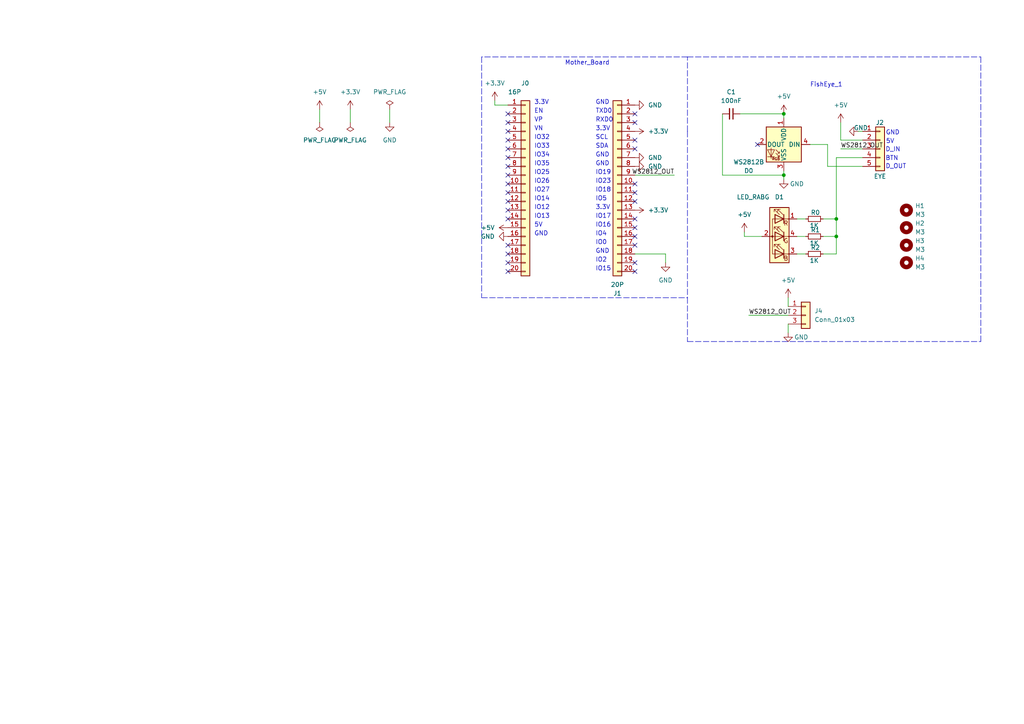
<source format=kicad_sch>
(kicad_sch (version 20211123) (generator eeschema)
  (paper "A4")
  (title_block (title "ESP32 Test Bench1.0") (company "Walker"))
  (lib_symbols
    (symbol "Connector_Generic:Conn_01x03" (pin_names (offset 1.016) hide)
      (property "Reference" "J" (at 0 5.08 0))
      (property "Value" "Conn_01x03" (at 0 -5.08 0))
      (symbol "Conn_01x03_1_1"
        (rectangle (start -1.27 -2.413) (end 0 -2.667) (stroke (width 0.1524)))
        (rectangle (start -1.27 0.127) (end 0 -0.127) (stroke (width 0.1524)))
        (rectangle (start -1.27 2.667) (end 0 2.413) (stroke (width 0.1524)))
        (rectangle (start -1.27 3.81) (end 1.27 -3.81) (stroke (width 0.254)) (fill (type background)))
        (pin passive line (at -5.08 2.54 0) (length 3.81) (name "Pin_1") (number "1"))
        (pin passive line (at -5.08 0 0) (length 3.81) (name "Pin_2") (number "2"))
        (pin passive line (at -5.08 -2.54 0) (length 3.81) (name "Pin_3") (number "3"))
      )
    )
    (symbol "Connector_Generic:Conn_01x05" (pin_names (offset 1.016) hide)
      (property "Reference" "J" (at 0 7.62 0))
      (property "Value" "Conn_01x05" (at 0 -7.62 0))
      (symbol "Conn_01x05_1_1"
        (rectangle (start -1.27 -4.953) (end 0 -5.207) (stroke (width 0.1524)))
        (rectangle (start -1.27 -2.413) (end 0 -2.667) (stroke (width 0.1524)))
        (rectangle (start -1.27 0.127) (end 0 -0.127) (stroke (width 0.1524)))
        (rectangle (start -1.27 2.667) (end 0 2.413) (stroke (width 0.1524)))
        (rectangle (start -1.27 5.207) (end 0 4.953) (stroke (width 0.1524)))
        (rectangle (start -1.27 6.35) (end 1.27 -6.35) (stroke (width 0.254)) (fill (type background)))
        (pin passive line (at -5.08 5.08 0) (length 3.81) (name "Pin_1") (number "1"))
        (pin passive line (at -5.08 2.54 0) (length 3.81) (name "Pin_2") (number "2"))
        (pin passive line (at -5.08 0 0) (length 3.81) (name "Pin_3") (number "3"))
        (pin passive line (at -5.08 -2.54 0) (length 3.81) (name "Pin_4") (number "4"))
        (pin passive line (at -5.08 -5.08 0) (length 3.81) (name "Pin_5") (number "5"))
      )
    )
    (symbol "Connector_Generic:Conn_01x20" (pin_names (offset 1.016) hide)
      (property "Reference" "J" (at 0 25.4 0))
      (property "Value" "Conn_01x20" (at 0 -27.94 0))
      (symbol "Conn_01x20_1_1"
        (rectangle (start -1.27 -25.273) (end 0 -25.527) (stroke (width 0.1524)))
        (rectangle (start -1.27 -22.733) (end 0 -22.987) (stroke (width 0.1524)))
        (rectangle (start -1.27 -20.193) (end 0 -20.447) (stroke (width 0.1524)))
        (rectangle (start -1.27 -17.653) (end 0 -17.907) (stroke (width 0.1524)))
        (rectangle (start -1.27 -15.113) (end 0 -15.367) (stroke (width 0.1524)))
        (rectangle (start -1.27 -12.573) (end 0 -12.827) (stroke (width 0.1524)))
        (rectangle (start -1.27 -10.033) (end 0 -10.287) (stroke (width 0.1524)))
        (rectangle (start -1.27 -7.493) (end 0 -7.747) (stroke (width 0.1524)))
        (rectangle (start -1.27 -4.953) (end 0 -5.207) (stroke (width 0.1524)))
        (rectangle (start -1.27 -2.413) (end 0 -2.667) (stroke (width 0.1524)))
        (rectangle (start -1.27 0.127) (end 0 -0.127) (stroke (width 0.1524)))
        (rectangle (start -1.27 2.667) (end 0 2.413) (stroke (width 0.1524)))
        (rectangle (start -1.27 5.207) (end 0 4.953) (stroke (width 0.1524)))
        (rectangle (start -1.27 7.747) (end 0 7.493) (stroke (width 0.1524)))
        (rectangle (start -1.27 10.287) (end 0 10.033) (stroke (width 0.1524)))
        (rectangle (start -1.27 12.827) (end 0 12.573) (stroke (width 0.1524)))
        (rectangle (start -1.27 15.367) (end 0 15.113) (stroke (width 0.1524)))
        (rectangle (start -1.27 17.907) (end 0 17.653) (stroke (width 0.1524)))
        (rectangle (start -1.27 20.447) (end 0 20.193) (stroke (width 0.1524)))
        (rectangle (start -1.27 22.987) (end 0 22.733) (stroke (width 0.1524)))
        (rectangle (start -1.27 24.13) (end 1.27 -26.67) (stroke (width 0.254)) (fill (type background)))
        (pin passive line (at -5.08 22.86 0) (length 3.81) (name "Pin_1") (number "1"))
        (pin passive line (at -5.08 0 0) (length 3.81) (name "Pin_10") (number "10"))
        (pin passive line (at -5.08 -2.54 0) (length 3.81) (name "Pin_11") (number "11"))
        (pin passive line (at -5.08 -5.08 0) (length 3.81) (name "Pin_12") (number "12"))
        (pin passive line (at -5.08 -7.62 0) (length 3.81) (name "Pin_13") (number "13"))
        (pin passive line (at -5.08 -10.16 0) (length 3.81) (name "Pin_14") (number "14"))
        (pin passive line (at -5.08 -12.7 0) (length 3.81) (name "Pin_15") (number "15"))
        (pin passive line (at -5.08 -15.24 0) (length 3.81) (name "Pin_16") (number "16"))
        (pin passive line (at -5.08 -17.78 0) (length 3.81) (name "Pin_17") (number "17"))
        (pin passive line (at -5.08 -20.32 0) (length 3.81) (name "Pin_18") (number "18"))
        (pin passive line (at -5.08 -22.86 0) (length 3.81) (name "Pin_19") (number "19"))
        (pin passive line (at -5.08 20.32 0) (length 3.81) (name "Pin_2") (number "2"))
        (pin passive line (at -5.08 -25.4 0) (length 3.81) (name "Pin_20") (number "20"))
        (pin passive line (at -5.08 17.78 0) (length 3.81) (name "Pin_3") (number "3"))
        (pin passive line (at -5.08 15.24 0) (length 3.81) (name "Pin_4") (number "4"))
        (pin passive line (at -5.08 12.7 0) (length 3.81) (name "Pin_5") (number "5"))
        (pin passive line (at -5.08 10.16 0) (length 3.81) (name "Pin_6") (number "6"))
        (pin passive line (at -5.08 7.62 0) (length 3.81) (name "Pin_7") (number "7"))
        (pin passive line (at -5.08 5.08 0) (length 3.81) (name "Pin_8") (number "8"))
        (pin passive line (at -5.08 2.54 0) (length 3.81) (name "Pin_9") (number "9"))
      )
    )
    (symbol "Device:C_Small" (pin_numbers hide) (pin_names (offset 0.254) hide)
      (property "Reference" "C" (at 0.254 1.778 0))
      (property "Value" "C_Small" (at 0.254 -2.032 0))
      (symbol "C_Small_0_1"
        (polyline (pts (xy -1.524 -0.508) (xy 1.524 -0.508)) (stroke (width 0.3302)))
        (polyline (pts (xy -1.524 0.508) (xy 1.524 0.508)) (stroke (width 0.3048)))
      )
      (symbol "C_Small_1_1"
        (pin passive line (at 0 2.54 270) (length 2.032) (name "~") (number "1"))
        (pin passive line (at 0 -2.54 90) (length 2.032) (name "~") (number "2"))
      )
    )
    (symbol "Device:LED_RABG" (pin_names (offset 0) hide)
      (property "Reference" "D" (at 0 9.398 0))
      (property "Value" "LED_RABG" (at 0 -8.89 0))
      (symbol "LED_RABG_0_0"
        (text "B" (at -1.905 -6.35 0) (effects (font (size 1.27 1.27))))
        (text "G" (at -1.905 -1.27 0) (effects (font (size 1.27 1.27))))
        (text "R" (at -1.905 3.81 0) (effects (font (size 1.27 1.27))))
      )
      (symbol "LED_RABG_0_1"
        (polyline (pts (xy -1.27 -5.08) (xy -2.54 -5.08)))
        (polyline (pts (xy -1.27 -5.08) (xy 1.27 -5.08)))
        (polyline (pts (xy -1.27 -3.81) (xy -1.27 -6.35)) (stroke (width 0.254)))
        (polyline (pts (xy -1.27 0) (xy -2.54 0)))
        (polyline (pts (xy -1.27 1.27) (xy -1.27 -1.27)) (stroke (width 0.254)))
        (polyline (pts (xy -1.27 5.08) (xy -2.54 5.08)))
        (polyline (pts (xy -1.27 5.08) (xy 1.27 5.08)))
        (polyline (pts (xy -1.27 6.35) (xy -1.27 3.81)) (stroke (width 0.254)))
        (polyline (pts (xy 1.27 0) (xy -1.27 0)))
        (polyline (pts (xy 1.27 0) (xy 2.54 0)))
        (polyline (pts (xy -1.27 1.27) (xy -1.27 -1.27) (xy -1.27 -1.27)))
        (polyline (pts (xy -1.27 6.35) (xy -1.27 3.81) (xy -1.27 3.81)))
        (polyline (pts (xy 1.27 -5.08) (xy 2.032 -5.08) (xy 2.032 5.08) (xy 1.27 5.08)))
        (polyline (pts (xy 1.27 -3.81) (xy 1.27 -6.35) (xy -1.27 -5.08) (xy 1.27 -3.81)) (stroke (width 0.254)))
        (polyline (pts (xy 1.27 1.27) (xy 1.27 -1.27) (xy -1.27 0) (xy 1.27 1.27)) (stroke (width 0.254)))
        (polyline (pts (xy 1.27 6.35) (xy 1.27 3.81) (xy -1.27 5.08) (xy 1.27 6.35)) (stroke (width 0.254)))
        (polyline (pts (xy -1.016 -3.81) (xy 0.508 -2.286) (xy -0.254 -2.286) (xy 0.508 -2.286) (xy 0.508 -3.048)))
        (polyline (pts (xy -1.016 1.27) (xy 0.508 2.794) (xy -0.254 2.794) (xy 0.508 2.794) (xy 0.508 2.032)))
        (polyline (pts (xy -1.016 6.35) (xy 0.508 7.874) (xy -0.254 7.874) (xy 0.508 7.874) (xy 0.508 7.112)))
        (polyline (pts (xy 0 -3.81) (xy 1.524 -2.286) (xy 0.762 -2.286) (xy 1.524 -2.286) (xy 1.524 -3.048)))
        (polyline (pts (xy 0 1.27) (xy 1.524 2.794) (xy 0.762 2.794) (xy 1.524 2.794) (xy 1.524 2.032)))
        (polyline (pts (xy 0 6.35) (xy 1.524 7.874) (xy 0.762 7.874) (xy 1.524 7.874) (xy 1.524 7.112)))
        (rectangle (start 1.27 -1.27) (end 1.27 1.27))
        (rectangle (start 1.27 1.27) (end 1.27 1.27))
        (rectangle (start 1.27 3.81) (end 1.27 6.35))
        (rectangle (start 1.27 6.35) (end 1.27 6.35))
        (circle (center 2.032 0) (radius 0.254) (fill (type outline)))
        (rectangle (start 2.794 8.382) (end -2.794 -7.62) (stroke (width 0.254)) (fill (type background)))
      )
      (symbol "LED_RABG_1_1"
        (pin passive line (at -5.08 5.08 0) (length 2.54) (name "RK") (number "1"))
        (pin passive line (at 5.08 0 180) (length 2.54) (name "A") (number "2"))
        (pin passive line (at -5.08 -5.08 0) (length 2.54) (name "BK") (number "3"))
        (pin passive line (at -5.08 0 0) (length 2.54) (name "GK") (number "4"))
      )
    )
    (symbol "Device:R_Small" (pin_numbers hide) (pin_names (offset 0.254) hide)
      (property "Reference" "R" (at 0.762 0.508 0))
      (property "Value" "R_Small" (at 0.762 -1.016 0))
      (symbol "R_Small_0_1"
        (rectangle (start -0.762 1.778) (end 0.762 -1.778) (stroke (width 0.2032)))
      )
      (symbol "R_Small_1_1"
        (pin passive line (at 0 2.54 270) (length 0.762) (name "~") (number "1"))
        (pin passive line (at 0 -2.54 90) (length 0.762) (name "~") (number "2"))
      )
    )
    (symbol "LED:WS2812B" (pin_names (offset 0.254))
      (property "Reference" "D" (at 5.08 5.715 0))
      (property "Value" "WS2812B" (at 1.27 -5.715 0))
      (symbol "WS2812B_0_0"
        (text "RGB" (at 2.286 -4.191 0) (effects (font (size 0.762 0.762))))
      )
      (symbol "WS2812B_0_1"
        (polyline (pts (xy 1.27 -3.556) (xy 1.778 -3.556)))
        (polyline (pts (xy 1.27 -2.54) (xy 1.778 -2.54)))
        (polyline (pts (xy 4.699 -3.556) (xy 2.667 -3.556)))
        (polyline (pts (xy 2.286 -2.54) (xy 1.27 -3.556) (xy 1.27 -3.048)))
        (polyline (pts (xy 2.286 -1.524) (xy 1.27 -2.54) (xy 1.27 -2.032)))
        (polyline (pts (xy 3.683 -1.016) (xy 3.683 -3.556) (xy 3.683 -4.064)))
        (polyline (pts (xy 4.699 -1.524) (xy 2.667 -1.524) (xy 3.683 -3.556) (xy 4.699 -1.524)))
        (rectangle (start 5.08 5.08) (end -5.08 -5.08) (stroke (width 0.254)) (fill (type background)))
      )
      (symbol "WS2812B_1_1"
        (pin power_in line (at 0 7.62 270) (length 2.54) (name "VDD") (number "1"))
        (pin output line (at 7.62 0 180) (length 2.54) (name "DOUT") (number "2"))
        (pin power_in line (at 0 -7.62 90) (length 2.54) (name "VSS") (number "3"))
        (pin input line (at -7.62 0 0) (length 2.54) (name "DIN") (number "4"))
      )
    )
    (symbol "Mechanical:MountingHole" (pin_names (offset 1.016))
      (property "Reference" "H" (at 0 5.08 0))
      (property "Value" "MountingHole" (at 0 3.175 0))
      (symbol "MountingHole_0_1"
        (circle (center 0 0) (radius 1.27) (stroke (width 1.27)))
      )
    )
    (symbol "power:+3.3V" (power) (pin_names (offset 0))
      (property "Value" "+3.3V" (at 0 3.556 0))
      (symbol "+3.3V_0_1"
        (polyline (pts (xy -0.762 1.27) (xy 0 2.54)))
        (polyline (pts (xy 0 0) (xy 0 2.54)))
        (polyline (pts (xy 0 2.54) (xy 0.762 1.27)))
      )
      (symbol "+3.3V_1_1"
        (pin power_in line (at 0 0 90) (length 0) hide (name "+3.3V") (number "1"))
      )
    )
    (symbol "power:+5V" (power) (pin_names (offset 0))
      (property "Value" "+5V" (at 0 3.556 0))
      (symbol "+5V_0_1"
        (polyline (pts (xy -0.762 1.27) (xy 0 2.54)))
        (polyline (pts (xy 0 0) (xy 0 2.54)))
        (polyline (pts (xy 0 2.54) (xy 0.762 1.27)))
      )
      (symbol "+5V_1_1"
        (pin power_in line (at 0 0 90) (length 0) hide (name "+5V") (number "1"))
      )
    )
    (symbol "power:GND" (power) (pin_names (offset 0))
      (property "Value" "GND" (at 0 -3.81 0))
      (symbol "GND_0_1"
        (polyline (pts (xy 0 0) (xy 0 -1.27) (xy 1.27 -1.27) (xy 0 -2.54) (xy -1.27 -1.27) (xy 0 -1.27)))
      )
      (symbol "GND_1_1"
        (pin power_in line (at 0 0 270) (length 0) hide (name "GND") (number "1"))
      )
    )
    (symbol "power:PWR_FLAG" (power) (pin_numbers hide) (pin_names (offset 0) hide)
      (property "Value" "PWR_FLAG" (at 0 3.81 0))
      (symbol "PWR_FLAG_0_0"
        (pin power_out line (at 0 0 90) (length 0) (name "pwr") (number "1"))
      )
      (symbol "PWR_FLAG_0_1"
        (polyline (pts (xy 0 0) (xy 0 1.27) (xy -1.016 1.905) (xy 0 2.54) (xy 1.016 1.905) (xy 0 1.27)))
      )
    )
  )
  (junction (at 227.33 50.8))
  (junction (at 227.33 33.02))
  (junction (at 242.57 63.5))
  (junction (at 242.57 68.58))
  (no_connect (at 184.15 58.42))
  (no_connect (at 147.32 35.56))
  (no_connect (at 147.32 58.42))
  (no_connect (at 147.32 50.8))
  (no_connect (at 184.15 53.34))
  (no_connect (at 147.32 76.2))
  (no_connect (at 184.15 43.18))
  (no_connect (at 184.15 33.02))
  (no_connect (at 184.15 66.04))
  (no_connect (at 184.15 71.12))
  (no_connect (at 147.32 40.64))
  (no_connect (at 184.15 78.74))
  (no_connect (at 184.15 76.2))
  (no_connect (at 147.32 60.96))
  (no_connect (at 184.15 40.64))
  (no_connect (at 147.32 33.02))
  (no_connect (at 147.32 48.26))
  (no_connect (at 184.15 35.56))
  (no_connect (at 184.15 63.5))
  (no_connect (at 147.32 78.74))
  (no_connect (at 147.32 53.34))
  (no_connect (at 147.32 43.18))
  (no_connect (at 147.32 55.88))
  (no_connect (at 184.15 68.58))
  (no_connect (at 147.32 63.5))
  (no_connect (at 147.32 71.12))
  (no_connect (at 219.71 41.91))
  (no_connect (at 184.15 55.88))
  (no_connect (at 147.32 73.66))
  (no_connect (at 147.32 45.72))
  (no_connect (at 147.32 38.1))
  (wire (pts (xy 217.17 91.44) (xy 228.6 91.44)))
  (wire (pts (xy 250.19 48.26) (xy 240.03 48.26)))
  (wire (pts (xy 227.33 49.53) (xy 227.33 50.8)))
  (polyline (pts (xy 284.48 16.51) (xy 284.48 38.1)))
  (wire (pts (xy 248.92 38.1) (xy 250.19 38.1)))
  (wire (pts (xy 240.03 48.26) (xy 240.03 41.91)))
  (wire (pts (xy 231.14 68.58) (xy 233.68 68.58)))
  (wire (pts (xy 101.6 31.75) (xy 101.6 35.56)))
  (wire (pts (xy 238.76 68.58) (xy 242.57 68.58)))
  (wire (pts (xy 243.84 43.18) (xy 250.19 43.18)))
  (polyline (pts (xy 284.48 38.1) (xy 284.48 86.36)))
  (wire (pts (xy 209.55 50.8) (xy 227.33 50.8)))
  (polyline (pts (xy 284.48 99.06) (xy 284.48 86.36)))
  (polyline (pts (xy 199.39 16.51) (xy 139.7 16.51)))
  (wire (pts (xy 231.14 73.66) (xy 233.68 73.66)))
  (wire (pts (xy 143.51 29.21) (xy 143.51 30.48)))
  (polyline (pts (xy 139.7 86.36) (xy 199.39 86.36)))
  (wire (pts (xy 113.03 31.75) (xy 113.03 35.56)))
  (wire (pts (xy 228.6 86.36) (xy 228.6 88.9)))
  (wire (pts (xy 215.9 68.58) (xy 215.9 67.31)))
  (polyline (pts (xy 199.39 38.1) (xy 199.39 16.51)))
  (wire (pts (xy 193.04 73.66) (xy 193.04 76.2)))
  (wire (pts (xy 242.57 63.5) (xy 242.57 68.58)))
  (wire (pts (xy 243.84 40.64) (xy 243.84 35.56)))
  (wire (pts (xy 242.57 45.72) (xy 242.57 63.5)))
  (wire (pts (xy 231.14 63.5) (xy 233.68 63.5)))
  (wire (pts (xy 214.63 33.02) (xy 227.33 33.02)))
  (wire (pts (xy 242.57 63.5) (xy 238.76 63.5)))
  (wire (pts (xy 92.71 31.75) (xy 92.71 35.56)))
  (wire (pts (xy 227.33 33.02) (xy 227.33 34.29)))
  (wire (pts (xy 209.55 33.02) (xy 209.55 50.8)))
  (polyline (pts (xy 139.7 16.51) (xy 139.7 86.36)))
  (polyline (pts (xy 199.39 38.1) (xy 199.39 86.36)))
  (wire (pts (xy 250.19 45.72) (xy 242.57 45.72)))
  (wire (pts (xy 228.6 93.98) (xy 228.6 96.52)))
  (wire (pts (xy 250.19 40.64) (xy 243.84 40.64)))
  (wire (pts (xy 220.98 68.58) (xy 215.9 68.58)))
  (wire (pts (xy 227.33 50.8) (xy 227.33 52.07)))
  (polyline (pts (xy 199.39 86.36) (xy 199.39 99.06)))
  (wire (pts (xy 238.76 73.66) (xy 242.57 73.66)))
  (polyline (pts (xy 199.39 99.06) (xy 284.48 99.06)))
  (wire (pts (xy 242.57 68.58) (xy 242.57 73.66)))
  (wire (pts (xy 184.15 73.66) (xy 193.04 73.66)))
  (polyline (pts (xy 199.39 16.51) (xy 284.48 16.51)))
  (wire (pts (xy 184.15 50.8) (xy 195.58 50.8)))
  (wire (pts (xy 143.51 30.48) (xy 147.32 30.48)))
  (wire (pts (xy 240.03 41.91) (xy 234.95 41.91)))
  (text "Mother_Board" (at 163.83 19.05 0) (effects (font (size 1.27 1.27)) (justify left bottom)))
  (text "5V" (at 154.94 66.04 0) (effects (font (size 1.27 1.27)) (justify left bottom)))
  (text "GND" (at 172.72 73.66 0) (effects (font (size 1.27 1.27)) (justify left bottom)))
  (text "IO18" (at 172.72 55.88 0) (effects (font (size 1.27 1.27)) (justify left bottom)))
  (text "GND" (at 154.94 68.58 0) (effects (font (size 1.27 1.27)) (justify left bottom)))
  (text "IO23" (at 172.72 53.34 0) (effects (font (size 1.27 1.27)) (justify left bottom)))
  (text "GND" (at 172.72 30.48 0) (effects (font (size 1.27 1.27)) (justify left bottom)))
  (text "TXD0" (at 172.72 33.02 0) (effects (font (size 1.27 1.27)) (justify left bottom)))
  (text "D_IN" (at 256.8074 44.1862 0) (effects (font (size 1.27 1.27)) (justify left bottom)))
  (text "IO17" (at 172.72 63.5 0) (effects (font (size 1.27 1.27)) (justify left bottom)))
  (text "IO33" (at 154.94 43.18 0) (effects (font (size 1.27 1.27)) (justify left bottom)))
  (text "D_OUT" (at 256.8277 49.0964 0) (effects (font (size 1.27 1.27)) (justify left bottom)))
  (text "GND" (at 172.72 48.26 0) (effects (font (size 1.27 1.27)) (justify left bottom)))
  (text "BTN" (at 256.8074 46.7428 0) (effects (font (size 1.27 1.27)) (justify left bottom)))
  (text "IO0" (at 172.72 71.12 0) (effects (font (size 1.27 1.27)) (justify left bottom)))
  (text "IO14" (at 154.94 58.42 0) (effects (font (size 1.27 1.27)) (justify left bottom)))
  (text "IO27" (at 154.94 55.88 0) (effects (font (size 1.27 1.27)) (justify left bottom)))
  (text "IO15" (at 172.72 78.74 0) (effects (font (size 1.27 1.27)) (justify left bottom)))
  (text "3.3V" (at 154.94 30.48 0) (effects (font (size 1.27 1.27)) (justify left bottom)))
  (text "IO2" (at 172.72 76.2 0) (effects (font (size 1.27 1.27)) (justify left bottom)))
  (text "IO19" (at 172.72 50.8 0) (effects (font (size 1.27 1.27)) (justify left bottom)))
  (text "SDA" (at 172.72 43.18 0) (effects (font (size 1.27 1.27)) (justify left bottom)))
  (text "VP" (at 154.94 35.56 0) (effects (font (size 1.27 1.27)) (justify left bottom)))
  (text "IO32" (at 154.94 40.64 0) (effects (font (size 1.27 1.27)) (justify left bottom)))
  (text "FishEye_1" (at 234.95 25.4 0) (effects (font (size 1.27 1.27)) (justify left bottom)))
  (text "EN" (at 154.94 33.02 0) (effects (font (size 1.27 1.27)) (justify left bottom)))
  (text "IO35" (at 154.94 48.26 0) (effects (font (size 1.27 1.27)) (justify left bottom)))
  (text "IO5" (at 172.72 58.42 0) (effects (font (size 1.27 1.27)) (justify left bottom)))
  (text "RXD0" (at 172.72 35.56 0) (effects (font (size 1.27 1.27)) (justify left bottom)))
  (text "IO34" (at 154.94 45.72 0) (effects (font (size 1.27 1.27)) (justify left bottom)))
  (text "IO4" (at 172.72 68.58 0) (effects (font (size 1.27 1.27)) (justify left bottom)))
  (text "IO13" (at 154.94 63.5 0) (effects (font (size 1.27 1.27)) (justify left bottom)))
  (text "VN" (at 154.94 38.1 0) (effects (font (size 1.27 1.27)) (justify left bottom)))
  (text "SCL" (at 172.72 40.64 0) (effects (font (size 1.27 1.27)) (justify left bottom)))
  (text "IO12" (at 154.94 60.96 0) (effects (font (size 1.27 1.27)) (justify left bottom)))
  (text "IO16" (at 172.72 66.04 0) (effects (font (size 1.27 1.27)) (justify left bottom)))
  (text "5V" (at 256.9292 41.8122 0) (effects (font (size 1.27 1.27)) (justify left bottom)))
  (text "3.3V" (at 172.72 38.1 0) (effects (font (size 1.27 1.27)) (justify left bottom)))
  (text "GND" (at 172.72 45.72 0) (effects (font (size 1.27 1.27)) (justify left bottom)))
  (text "GND" (at 256.8886 39.2962 0) (effects (font (size 1.27 1.27)) (justify left bottom)))
  (text "3.3V" (at 172.72 60.96 0) (effects (font (size 1.27 1.27)) (justify left bottom)))
  (text "IO26" (at 154.94 53.34 0) (effects (font (size 1.27 1.27)) (justify left bottom)))
  (text "IO25" (at 154.94 50.8 0) (effects (font (size 1.27 1.27)) (justify left bottom)))
  (label "WS2812_OUT" (at 217.17 91.44 0))
  (label "WS2812_OUT" (at 195.58 50.8 180))
  (label "WS2812_OUT" (at 243.84 43.18 0))
  (symbol (lib_id "Connector_Generic:Conn_01x20") (at 152.4 53.34 0) (unit 1)
    (property "Reference" "J0" (at 151.13 24.13 0) (effects (justify left)))
    (property "Value" "16P" (at 147.32 26.67 0) (effects (justify left)))
    (property "Footprint" "Connector_PinSocket_2.54mm:PinSocket_1x20_P2.54mm_Vertical" (effects hide))
  )
  (symbol (lib_id "power:GND") (at 147.32 68.58 270) (unit 1)
    (property "Reference" "#PWR?" (effects hide))
    (property "Value" "GND" (at 143.51 68.5799 90) (effects (justify right)))
  )
  (symbol (lib_id "power:GND") (at 248.92 38.1 270) (unit 1)
    (property "Reference" "#PWR0101" (effects hide))
    (property "Value" "GND" (at 247.6373 37.0748 90) (effects (justify left)))
  )
  (symbol (lib_id "Device:LED_RABG") (at 226.06 68.58 0) (mirror y) (unit 1)
    (property "Reference" "D1" (at 226.06 57.15 0))
    (property "Value" "LED_RABG" (at 218.44 57.15 0))
    (property "Footprint" "LED_SMD:LED_Kingbright_AAA3528ESGCT" (effects hide))
  )
  (symbol (lib_id "power:PWR_FLAG") (at 113.03 31.75 0) (unit 1)
    (property "Reference" "#FLG0103" (effects hide))
    (property "Value" "PWR_FLAG" (at 113.03 26.67 0))
  )
  (symbol (lib_id "Mechanical:MountingHole") (at 262.89 76.2 0) (unit 1)
    (property "Reference" "H4" (at 265.43 74.9299 0) (effects (justify left)))
    (property "Value" "M3" (at 265.43 77.4699 0) (effects (justify left)))
    (property "Footprint" "MountingHole:MountingHole_3.2mm_M3" (effects hide))
  )
  (symbol (lib_id "power:+5V") (at 228.6 86.36 0) (unit 1)
    (property "Reference" "#PWR0111" (effects hide))
    (property "Value" "+5V" (at 228.6 81.28 0))
  )
  (symbol (lib_id "power:GND") (at 184.15 30.48 90) (unit 1)
    (property "Reference" "#PWR?" (effects hide))
    (property "Value" "GND" (at 187.96 30.4799 90) (effects (justify right)))
  )
  (symbol (lib_id "power:+5V") (at 227.33 33.02 0) (unit 1)
    (property "Reference" "#PWR0105" (effects hide))
    (property "Value" "+5V" (at 227.33 27.94 0))
  )
  (symbol (lib_id "power:GND") (at 184.15 48.26 90) (unit 1)
    (property "Reference" "#PWR?" (effects hide))
    (property "Value" "GND" (at 187.96 48.2599 90) (effects (justify right)))
  )
  (symbol (lib_id "Mechanical:MountingHole") (at 262.89 71.12 0) (unit 1)
    (property "Reference" "H3" (at 265.43 69.8499 0) (effects (justify left)))
    (property "Value" "M3" (at 265.43 72.3899 0) (effects (justify left)))
    (property "Footprint" "MountingHole:MountingHole_3.2mm_M3" (effects hide))
  )
  (symbol (lib_id "power:GND") (at 193.04 76.2 0) (unit 1)
    (property "Reference" "#PWR0102" (effects hide))
    (property "Value" "GND" (at 193.04 81.28 0))
  )
  (symbol (lib_id "power:+5V") (at 92.71 31.75 0) (unit 1)
    (property "Reference" "#PWR0108" (effects hide))
    (property "Value" "+5V" (at 92.71 26.67 0))
  )
  (symbol (lib_id "power:+5V") (at 243.84 35.56 0) (unit 1)
    (property "Reference" "#PWR0104" (effects hide))
    (property "Value" "+5V" (at 243.84 30.48 0))
  )
  (symbol (lib_id "power:GND") (at 228.6 96.52 0) (unit 1)
    (property "Reference" "#PWR0112" (effects hide))
    (property "Value" "GND" (at 232.41 97.79 0))
  )
  (symbol (lib_id "Device:R_Small") (at 236.22 63.5 90) (unit 1)
    (property "Reference" "R0" (at 236.5001 61.6447 90))
    (property "Value" "1K" (at 236.1577 65.4111 90))
    (property "Footprint" "Resistor_SMD:R_0603_1608Metric" (effects hide))
  )
  (symbol (lib_id "power:PWR_FLAG") (at 92.71 35.56 180) (unit 1)
    (property "Reference" "#FLG0101" (effects hide))
    (property "Value" "PWR_FLAG" (at 92.71 40.64 0))
  )
  (symbol (lib_id "power:GND") (at 227.33 52.07 0) (unit 1)
    (property "Reference" "#PWR0107" (effects hide))
    (property "Value" "GND" (at 231.14 53.34 0))
  )
  (symbol (lib_id "Mechanical:MountingHole") (at 262.89 60.96 0) (unit 1)
    (property "Reference" "H1" (at 265.43 59.6899 0) (effects (justify left)))
    (property "Value" "M3" (at 265.43 62.2299 0) (effects (justify left)))
    (property "Footprint" "MountingHole:MountingHole_3.2mm_M3" (effects hide))
  )
  (symbol (lib_id "LED:WS2812B") (at 227.33 41.91 0) (mirror y) (unit 1)
    (property "Reference" "D0" (at 217.17 49.53 0))
    (property "Value" "WS2812B" (at 217.17 46.99 0))
    (property "Footprint" "LED_SMD:LED_WS2812B_PLCC4_5.0x5.0mm_P3.2mm" (effects hide))
    (property "Datasheet" "https://cdn-shop.adafruit.com/datasheets/WS2812B.pdf" (effects hide))
  )
  (symbol (lib_id "power:PWR_FLAG") (at 101.6 35.56 180) (unit 1)
    (property "Reference" "#FLG0102" (effects hide))
    (property "Value" "PWR_FLAG" (at 101.6 40.64 0))
  )
  (symbol (lib_id "power:+3.3V") (at 143.51 29.21 0) (unit 1)
    (property "Reference" "#PWR0103" (effects hide))
    (property "Value" "+3.3V" (at 143.51 24.13 0))
  )
  (symbol (lib_id "Connector_Generic:Conn_01x05") (at 255.27 43.18 0) (unit 1)
    (property "Reference" "J2" (at 254 35.56 0) (effects (justify left)))
    (property "Value" "EYE" (at 253.4339 51.1544 0) (effects (justify left)))
    (property "Footprint" "Connector_JST:JST_SH_BM05B-SRSS-TB_1x05-1MP_P1.00mm_Vertical" (effects hide))
  )
  (symbol (lib_id "power:GND") (at 113.03 35.56 0) (unit 1)
    (property "Reference" "#PWR0110" (effects hide))
    (property "Value" "GND" (at 113.03 40.64 0))
  )
  (symbol (lib_id "Device:C_Small") (at 212.09 33.02 270) (unit 1)
    (property "Reference" "C1" (at 212.0836 26.67 90))
    (property "Value" "100nF" (at 212.0836 29.21 90))
    (property "Footprint" "Capacitor_SMD:C_0603_1608Metric" (effects hide))
  )
  (symbol (lib_id "Connector_Generic:Conn_01x03") (at 233.68 91.44 0) (unit 1)
    (property "Reference" "J4" (at 236.22 90.1699 0) (effects (justify left)))
    (property "Value" "Conn_01x03" (at 236.22 92.7099 0) (effects (justify left)))
    (property "Footprint" "Connector_JST:JST_SH_BM03B-SRSS-TB_1x03-1MP_P1.00mm_Vertical" (effects hide))
  )
  (symbol (lib_id "Connector_Generic:Conn_01x20") (at 179.07 53.34 0) (mirror y) (unit 1)
    (property "Reference" "J1" (at 179.07 85.09 0))
    (property "Value" "20P" (at 179.07 82.55 0))
    (property "Footprint" "Connector_PinSocket_2.54mm:PinSocket_1x20_P2.54mm_Vertical" (effects hide))
  )
  (symbol (lib_id "power:+3.3V") (at 184.15 38.1 270) (unit 1)
    (property "Reference" "#PWR?" (effects hide))
    (property "Value" "+3.3V" (at 187.96 38.0999 90) (effects (justify left)))
  )
  (symbol (lib_id "power:+5V") (at 215.9 67.31 0) (unit 1)
    (property "Reference" "#PWR0106" (effects hide))
    (property "Value" "+5V" (at 215.9 62.23 0))
  )
  (symbol (lib_id "power:+3.3V") (at 184.15 60.96 270) (unit 1)
    (property "Reference" "#PWR?" (effects hide))
    (property "Value" "+3.3V" (at 187.96 60.9599 90) (effects (justify left)))
  )
  (symbol (lib_id "power:GND") (at 184.15 45.72 90) (unit 1)
    (property "Reference" "#PWR?" (effects hide))
    (property "Value" "GND" (at 187.96 45.7199 90) (effects (justify right)))
  )
  (symbol (lib_id "Mechanical:MountingHole") (at 262.89 66.04 0) (unit 1)
    (property "Reference" "H2" (at 265.43 64.7699 0) (effects (justify left)))
    (property "Value" "M3" (at 265.43 67.3099 0) (effects (justify left)))
    (property "Footprint" "MountingHole:MountingHole_3.2mm_M3" (effects hide))
  )
  (symbol (lib_id "power:+3.3V") (at 101.6 31.75 0) (unit 1)
    (property "Reference" "#PWR0109" (effects hide))
    (property "Value" "+3.3V" (at 101.6 26.67 0))
  )
  (symbol (lib_id "power:+5V") (at 147.32 66.04 90) (unit 1)
    (property "Reference" "#PWR?" (effects hide))
    (property "Value" "+5V" (at 143.51 66.0399 90) (effects (justify left)))
  )
  (symbol (lib_id "Device:R_Small") (at 236.22 68.58 90) (unit 1)
    (property "Reference" "R1" (at 236.5001 66.7247 90))
    (property "Value" "1K" (at 236.1577 70.4911 90))
    (property "Footprint" "Resistor_SMD:R_0603_1608Metric" (effects hide))
  )
  (symbol (lib_id "Device:R_Small") (at 236.22 73.66 90) (unit 1)
    (property "Reference" "R2" (at 236.5001 71.8047 90))
    (property "Value" "1K" (at 236.1577 75.5711 90))
    (property "Footprint" "Resistor_SMD:R_0603_1608Metric" (effects hide))
  )
)
</source>
